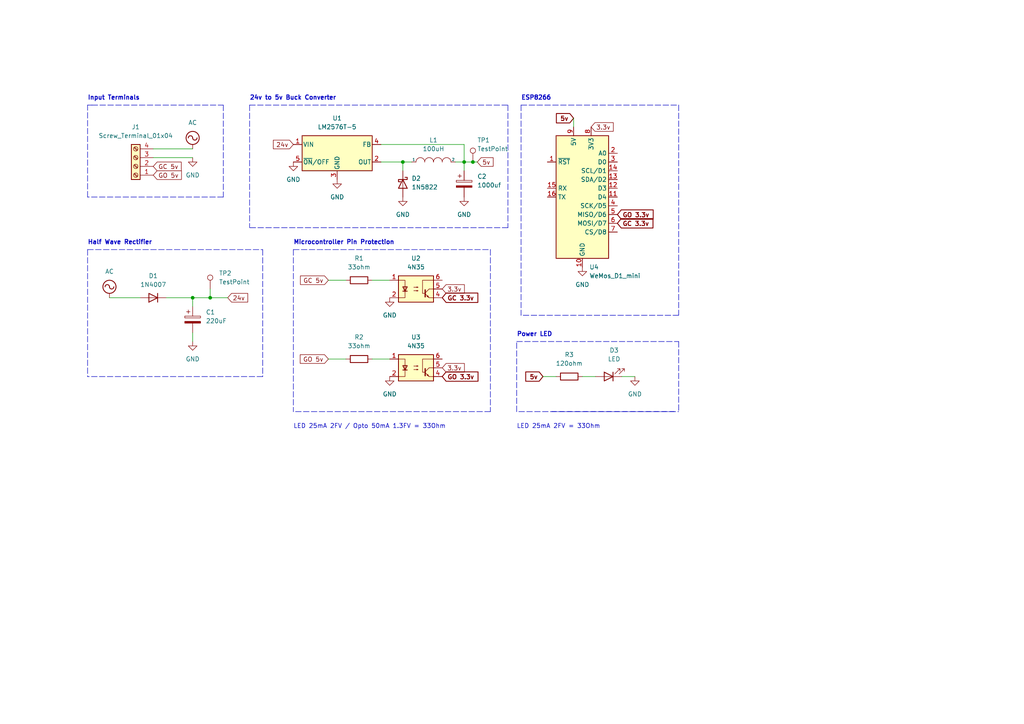
<source format=kicad_sch>
(kicad_sch (version 20211123) (generator eeschema)
  (paper "A4")
  (lib_symbols
    (symbol "Connector:Screw_Terminal_01x04" (pin_names (offset 1.016) hide)
      (property "Reference" "J" (at 0 5.08 0))
      (property "Value" "Screw_Terminal_01x04" (at 0 -7.62 0))
      (symbol "Screw_Terminal_01x04_1_1"
        (rectangle (start -1.27 3.81) (end 1.27 -6.35) (stroke (width 0.254)) (fill (type background)))
        (circle (center 0 -5.08) (radius 0.635) (stroke (width 0.1524)))
        (circle (center 0 -2.54) (radius 0.635) (stroke (width 0.1524)))
        (polyline (pts (xy -0.5334 -4.7498) (xy 0.3302 -5.588)) (stroke (width 0.1524)))
        (polyline (pts (xy -0.5334 -2.2098) (xy 0.3302 -3.048)) (stroke (width 0.1524)))
        (polyline (pts (xy -0.5334 0.3302) (xy 0.3302 -0.508)) (stroke (width 0.1524)))
        (polyline (pts (xy -0.5334 2.8702) (xy 0.3302 2.032)) (stroke (width 0.1524)))
        (polyline (pts (xy -0.3556 -4.572) (xy 0.508 -5.4102)) (stroke (width 0.1524)))
        (polyline (pts (xy -0.3556 -2.032) (xy 0.508 -2.8702)) (stroke (width 0.1524)))
        (polyline (pts (xy -0.3556 0.508) (xy 0.508 -0.3302)) (stroke (width 0.1524)))
        (polyline (pts (xy -0.3556 3.048) (xy 0.508 2.2098)) (stroke (width 0.1524)))
        (circle (center 0 0) (radius 0.635) (stroke (width 0.1524)))
        (circle (center 0 2.54) (radius 0.635) (stroke (width 0.1524)))
        (pin passive line (at -5.08 2.54 0) (length 3.81) (name "Pin_1") (number "1"))
        (pin passive line (at -5.08 0 0) (length 3.81) (name "Pin_2") (number "2"))
        (pin passive line (at -5.08 -2.54 0) (length 3.81) (name "Pin_3") (number "3"))
        (pin passive line (at -5.08 -5.08 0) (length 3.81) (name "Pin_4") (number "4"))
      )
    )
    (symbol "Connector:TestPoint" (pin_numbers hide) (pin_names (offset 0.762) hide)
      (property "Reference" "TP" (at 0 6.858 0))
      (property "Value" "TestPoint" (at 0 5.08 0))
      (symbol "TestPoint_0_1"
        (circle (center 0 3.302) (radius 0.762))
      )
      (symbol "TestPoint_1_1"
        (pin passive line (at 0 0 90) (length 2.54) (name "1") (number "1"))
      )
    )
    (symbol "Device:C_Polarized" (pin_numbers hide) (pin_names (offset 0.254))
      (property "Reference" "C" (at 0.635 2.54 0))
      (property "Value" "C_Polarized" (at 0.635 -2.54 0))
      (symbol "C_Polarized_0_1"
        (rectangle (start -2.286 0.508) (end 2.286 1.016))
        (polyline (pts (xy -1.778 2.286) (xy -0.762 2.286)))
        (polyline (pts (xy -1.27 2.794) (xy -1.27 1.778)))
        (rectangle (start 2.286 -0.508) (end -2.286 -1.016) (fill (type outline)))
      )
      (symbol "C_Polarized_1_1"
        (pin passive line (at 0 3.81 270) (length 2.794) (name "~") (number "1"))
        (pin passive line (at 0 -3.81 90) (length 2.794) (name "~") (number "2"))
      )
    )
    (symbol "Device:LED" (pin_numbers hide) (pin_names (offset 1.016) hide)
      (property "Reference" "D" (at 0 2.54 0))
      (property "Value" "LED" (at 0 -2.54 0))
      (symbol "LED_0_1"
        (polyline (pts (xy -1.27 -1.27) (xy -1.27 1.27)) (stroke (width 0.254)))
        (polyline (pts (xy -1.27 0) (xy 1.27 0)))
        (polyline (pts (xy 1.27 -1.27) (xy 1.27 1.27) (xy -1.27 0) (xy 1.27 -1.27)) (stroke (width 0.254)))
        (polyline (pts (xy -3.048 -0.762) (xy -4.572 -2.286) (xy -3.81 -2.286) (xy -4.572 -2.286) (xy -4.572 -1.524)))
        (polyline (pts (xy -1.778 -0.762) (xy -3.302 -2.286) (xy -2.54 -2.286) (xy -3.302 -2.286) (xy -3.302 -1.524)))
      )
      (symbol "LED_1_1"
        (pin passive line (at -3.81 0 0) (length 2.54) (name "K") (number "1"))
        (pin passive line (at 3.81 0 180) (length 2.54) (name "A") (number "2"))
      )
    )
    (symbol "Device:R" (pin_numbers hide) (pin_names (offset 0))
      (property "Reference" "R" (at 2.032 0 90))
      (property "Value" "R" (at 0 0 90))
      (symbol "R_0_1"
        (rectangle (start -1.016 -2.54) (end 1.016 2.54) (stroke (width 0.254)))
      )
      (symbol "R_1_1"
        (pin passive line (at 0 3.81 270) (length 1.27) (name "~") (number "1"))
        (pin passive line (at 0 -3.81 90) (length 1.27) (name "~") (number "2"))
      )
    )
    (symbol "Diode:1N4007" (pin_numbers hide) (pin_names (offset 1.016) hide)
      (property "Reference" "D" (at 0 2.54 0))
      (property "Value" "1N4007" (at 0 -2.54 0))
      (symbol "1N4007_0_1"
        (polyline (pts (xy -1.27 1.27) (xy -1.27 -1.27)) (stroke (width 0.254)))
        (polyline (pts (xy 1.27 0) (xy -1.27 0)))
        (polyline (pts (xy 1.27 1.27) (xy 1.27 -1.27) (xy -1.27 0) (xy 1.27 1.27)) (stroke (width 0.254)))
      )
      (symbol "1N4007_1_1"
        (pin passive line (at -3.81 0 0) (length 2.54) (name "K") (number "1"))
        (pin passive line (at 3.81 0 180) (length 2.54) (name "A") (number "2"))
      )
    )
    (symbol "Diode:1N5822" (pin_numbers hide) (pin_names (offset 1.016) hide)
      (property "Reference" "D" (at 0 2.54 0))
      (property "Value" "1N5822" (at 0 -2.54 0))
      (symbol "1N5822_0_1"
        (polyline (pts (xy 1.27 0) (xy -1.27 0)))
        (polyline (pts (xy 1.27 1.27) (xy 1.27 -1.27) (xy -1.27 0) (xy 1.27 1.27)) (stroke (width 0.254)))
        (polyline (pts (xy -1.905 0.635) (xy -1.905 1.27) (xy -1.27 1.27) (xy -1.27 -1.27) (xy -0.635 -1.27) (xy -0.635 -0.635)) (stroke (width 0.254)))
      )
      (symbol "1N5822_1_1"
        (pin passive line (at -3.81 0 0) (length 2.54) (name "K") (number "1"))
        (pin passive line (at 3.81 0 180) (length 2.54) (name "A") (number "2"))
      )
    )
    (symbol "Isolator:4N35" (pin_names (offset 1.016))
      (property "Reference" "U" (at -5.08 5.08 0))
      (property "Value" "4N35" (at 0 5.08 0))
      (symbol "4N35_0_1"
        (rectangle (start -5.08 3.81) (end 5.08 -3.81) (stroke (width 0.254)) (fill (type background)))
        (polyline (pts (xy -3.81 -0.635) (xy -2.54 -0.635)) (stroke (width 0.254)))
        (polyline (pts (xy 2.667 -1.397) (xy 3.81 -2.54)))
        (polyline (pts (xy 2.667 -1.143) (xy 3.81 0)))
        (polyline (pts (xy 3.81 -2.54) (xy 5.08 -2.54)))
        (polyline (pts (xy 3.81 0) (xy 5.08 0)))
        (polyline (pts (xy 2.667 -0.254) (xy 2.667 -2.286) (xy 2.667 -2.286)) (stroke (width 0.3556)))
        (polyline (pts (xy -5.08 -2.54) (xy -3.175 -2.54) (xy -3.175 2.54) (xy -5.08 2.54)))
        (polyline (pts (xy -3.175 -0.635) (xy -3.81 0.635) (xy -2.54 0.635) (xy -3.175 -0.635)) (stroke (width 0.254)))
        (polyline (pts (xy 3.683 -2.413) (xy 3.429 -1.905) (xy 3.175 -2.159) (xy 3.683 -2.413)))
        (polyline (pts (xy 5.08 2.54) (xy 1.905 2.54) (xy 1.905 -1.27) (xy 2.54 -1.27)))
        (polyline (pts (xy -0.635 -0.508) (xy 0.635 -0.508) (xy 0.254 -0.635) (xy 0.254 -0.381) (xy 0.635 -0.508)))
        (polyline (pts (xy -0.635 0.508) (xy 0.635 0.508) (xy 0.254 0.381) (xy 0.254 0.635) (xy 0.635 0.508)))
      )
      (symbol "4N35_1_1"
        (pin passive line (at -7.62 2.54 0) (length 2.54) (name "~") (number "1"))
        (pin passive line (at -7.62 -2.54 0) (length 2.54) (name "~") (number "2"))
        (pin no_connect line (at -5.08 0 0) (length 2.54) hide (name "NC") (number "3"))
        (pin passive line (at 7.62 -2.54 180) (length 2.54) (name "~") (number "4"))
        (pin passive line (at 7.62 0 180) (length 2.54) (name "~") (number "5"))
        (pin passive line (at 7.62 2.54 180) (length 2.54) (name "~") (number "6"))
      )
    )
    (symbol "MCU_Module:WeMos_D1_mini"
      (property "Reference" "U" (at 3.81 19.05 0))
      (property "Value" "WeMos_D1_mini" (at 1.27 -19.05 0))
      (symbol "WeMos_D1_mini_1_1"
        (rectangle (start -7.62 17.78) (end 7.62 -17.78) (stroke (width 0.254)) (fill (type background)))
        (pin input line (at -10.16 10.16 0) (length 2.54) (name "~{RST}") (number "1"))
        (pin power_in line (at 0 -20.32 90) (length 2.54) (name "GND") (number "10"))
        (pin bidirectional line (at 10.16 0 180) (length 2.54) (name "D4") (number "11"))
        (pin bidirectional line (at 10.16 2.54 180) (length 2.54) (name "D3") (number "12"))
        (pin bidirectional line (at 10.16 5.08 180) (length 2.54) (name "SDA/D2") (number "13"))
        (pin bidirectional line (at 10.16 7.62 180) (length 2.54) (name "SCL/D1") (number "14"))
        (pin input line (at -10.16 2.54 0) (length 2.54) (name "RX") (number "15"))
        (pin output line (at -10.16 0 0) (length 2.54) (name "TX") (number "16"))
        (pin input line (at 10.16 12.7 180) (length 2.54) (name "A0") (number "2"))
        (pin bidirectional line (at 10.16 10.16 180) (length 2.54) (name "D0") (number "3"))
        (pin bidirectional line (at 10.16 -2.54 180) (length 2.54) (name "SCK/D5") (number "4"))
        (pin bidirectional line (at 10.16 -5.08 180) (length 2.54) (name "MISO/D6") (number "5"))
        (pin bidirectional line (at 10.16 -7.62 180) (length 2.54) (name "MOSI/D7") (number "6"))
        (pin bidirectional line (at 10.16 -10.16 180) (length 2.54) (name "CS/D8") (number "7"))
        (pin power_out line (at 2.54 20.32 270) (length 2.54) (name "3V3") (number "8"))
        (pin power_in line (at -2.54 20.32 270) (length 2.54) (name "5V") (number "9"))
      )
    )
    (symbol "Regulator_Switching:LM2576T-5" (pin_names (offset 0.254))
      (property "Reference" "U" (at -10.16 6.35 0))
      (property "Value" "LM2576T-5" (at 0 6.35 0))
      (symbol "LM2576T-5_0_1"
        (rectangle (start -10.16 5.08) (end 10.16 -5.08) (stroke (width 0.254)) (fill (type background)))
      )
      (symbol "LM2576T-5_1_1"
        (pin power_in line (at -12.7 2.54 0) (length 2.54) (name "VIN") (number "1"))
        (pin output line (at 12.7 -2.54 180) (length 2.54) (name "OUT") (number "2"))
        (pin power_in line (at 0 -7.62 90) (length 2.54) (name "GND") (number "3"))
        (pin input line (at 12.7 2.54 180) (length 2.54) (name "FB") (number "4"))
        (pin input line (at -12.7 -2.54 0) (length 2.54) (name "~{ON}/OFF") (number "5"))
      )
    )
    (symbol "power:AC" (power) (pin_names (offset 0))
      (property "Value" "AC" (at 0 6.35 0))
      (symbol "AC_0_1"
        (polyline (pts (xy 0 0) (xy 0 1.27)))
        (arc (start 0 3.175) (mid -0.635 3.81) (end -1.27 3.175) (stroke (width 0.254)))
        (arc (start 0 3.175) (mid 0.635 2.54) (end 1.27 3.175) (stroke (width 0.254)))
        (circle (center 0 3.175) (radius 1.905) (stroke (width 0.254)))
      )
      (symbol "AC_1_1"
        (pin power_in line (at 0 0 90) (length 0) hide (name "AC") (number "1"))
      )
    )
    (symbol "power:GND" (power) (pin_names (offset 0))
      (property "Value" "GND" (at 0 -3.81 0))
      (symbol "GND_0_1"
        (polyline (pts (xy 0 0) (xy 0 -1.27) (xy 1.27 -1.27) (xy 0 -2.54) (xy -1.27 -1.27) (xy 0 -1.27)))
      )
      (symbol "GND_1_1"
        (pin power_in line (at 0 0 270) (length 0) hide (name "GND") (number "1"))
      )
    )
    (symbol "pspice:INDUCTOR" (pin_numbers hide) (pin_names (offset 0))
      (property "Reference" "L" (at 0 2.54 0))
      (property "Value" "INDUCTOR" (at 0 -1.27 0))
      (symbol "INDUCTOR_0_1"
        (arc (start -2.54 0) (mid -3.81 1.27) (end -5.08 0))
        (arc (start 0 0) (mid -1.27 1.27) (end -2.54 0))
        (arc (start 2.54 0) (mid 1.27 1.27) (end 0 0))
        (arc (start 5.08 0) (mid 3.81 1.27) (end 2.54 0))
      )
      (symbol "INDUCTOR_1_1"
        (pin input line (at -6.35 0 0) (length 1.27) (name "1") (number "1"))
        (pin input line (at 6.35 0 180) (length 1.27) (name "2") (number "2"))
      )
    )
  )
  (junction (at 60.96 86.36))
  (junction (at 134.62 46.99))
  (junction (at 55.88 86.36))
  (junction (at 137.16 46.99))
  (junction (at 116.84 46.99))
  (polyline (pts (xy 196.85 91.44) (xy 151.13 91.44)))
  (wire (pts (xy 116.84 46.99) (xy 119.38 46.99)))
  (wire (pts (xy 134.62 46.99) (xy 134.62 49.53)))
  (wire (pts (xy 44.45 45.72) (xy 55.88 45.72)))
  (wire (pts (xy 55.88 86.36) (xy 60.96 86.36)))
  (wire (pts (xy 137.16 46.99) (xy 138.43 46.99)))
  (wire (pts (xy 44.45 43.18) (xy 55.88 43.18)))
  (wire (pts (xy 132.08 46.99) (xy 134.62 46.99)))
  (polyline (pts (xy 149.86 119.38) (xy 149.86 99.06)))
  (wire (pts (xy 95.25 104.14) (xy 100.33 104.14)))
  (wire (pts (xy 172.72 109.22) (xy 168.91 109.22)))
  (wire (pts (xy 134.62 46.99) (xy 137.16 46.99)))
  (polyline (pts (xy 25.4 72.39) (xy 76.2 72.39)))
  (polyline (pts (xy 76.2 109.22) (xy 25.4 109.22)))
  (polyline (pts (xy 151.13 30.48) (xy 196.85 30.48)))
  (polyline (pts (xy 142.24 119.38) (xy 85.09 119.38)))
  (polyline (pts (xy 151.13 30.48) (xy 151.13 91.44)))
  (polyline (pts (xy 72.39 30.48) (xy 72.39 66.04)))
  (polyline (pts (xy 160.02 119.38) (xy 196.85 119.38)))
  (polyline (pts (xy 25.4 72.39) (xy 25.4 109.22)))
  (wire (pts (xy 110.49 41.91) (xy 134.62 41.91)))
  (polyline (pts (xy 64.77 57.15) (xy 25.4 57.15)))
  (wire (pts (xy 95.25 81.28) (xy 100.33 81.28)))
  (polyline (pts (xy 147.32 66.04) (xy 72.39 66.04)))
  (polyline (pts (xy 85.09 72.39) (xy 142.24 72.39)))
  (wire (pts (xy 107.95 104.14) (xy 113.03 104.14)))
  (wire (pts (xy 107.95 81.28) (xy 113.03 81.28)))
  (polyline (pts (xy 85.09 72.39) (xy 85.09 119.38)))
  (polyline (pts (xy 196.85 30.48) (xy 196.85 91.44)))
  (wire (pts (xy 31.75 86.36) (xy 40.64 86.36)))
  (polyline (pts (xy 196.85 99.06) (xy 196.85 119.38)))
  (wire (pts (xy 60.96 83.82) (xy 60.96 86.36)))
  (polyline (pts (xy 149.86 99.06) (xy 196.85 99.06)))
  (wire (pts (xy 48.26 86.36) (xy 55.88 86.36)))
  (polyline (pts (xy 147.32 30.48) (xy 147.32 66.04)))
  (wire (pts (xy 157.48 109.22) (xy 161.29 109.22)))
  (polyline (pts (xy 76.2 72.39) (xy 76.2 109.22)))
  (wire (pts (xy 134.62 41.91) (xy 134.62 46.99)))
  (wire (pts (xy 180.34 109.22) (xy 184.15 109.22)))
  (wire (pts (xy 116.84 46.99) (xy 116.84 49.53)))
  (wire (pts (xy 60.96 86.36) (xy 66.04 86.36)))
  (polyline (pts (xy 25.4 30.48) (xy 26.67 30.48)))
  (polyline (pts (xy 64.77 30.48) (xy 64.77 57.15)))
  (polyline (pts (xy 72.39 30.48) (xy 147.32 30.48)))
  (polyline (pts (xy 195.58 119.38) (xy 149.86 119.38)))
  (wire (pts (xy 55.88 86.36) (xy 55.88 88.9)))
  (wire (pts (xy 55.88 96.52) (xy 55.88 99.06)))
  (wire (pts (xy 166.37 34.29) (xy 166.37 36.83)))
  (wire (pts (xy 110.49 46.99) (xy 116.84 46.99)))
  (polyline (pts (xy 26.67 30.48) (xy 64.77 30.48)))
  (polyline (pts (xy 25.4 57.15) (xy 25.4 30.48)))
  (polyline (pts (xy 142.24 72.39) (xy 142.24 119.38)))
  (text "Microcontroller Pin Protection" (at 85.09 71.12 0) (effects (font (size 1.27 1.27) (thickness 0.254) bold) (justify left bottom)))
  (text "Input Terminals" (at 25.4 29.21 0) (effects (font (size 1.27 1.27) (thickness 0.254) bold) (justify left bottom)))
  (text "ESP8266" (at 151.13 29.21 0) (effects (font (size 1.27 1.27) bold) (justify left bottom)))
  (text "Half Wave Rectifier" (at 25.4 71.12 0) (effects (font (size 1.27 1.27) (thickness 0.254) bold) (justify left bottom)))
  (text "LED 25mA 2FV / Opto 50mA 1.3FV = 33Ohm" (at 85.09 124.46 0) (effects (font (size 1.27 1.27)) (justify left bottom)))
  (text "Power LED" (at 149.86 97.79 0) (effects (font (size 1.27 1.27) bold) (justify left bottom)))
  (text "24v to 5v Buck Converter" (at 72.39 29.21 0) (effects (font (size 1.27 1.27) (thickness 0.254) bold) (justify left bottom)))
  (text "LED 25mA 2FV = 33Ohm" (at 149.86 124.46 0) (effects (font (size 1.27 1.27)) (justify left bottom)))
  (global_label "GO 5v" (shape input) (at 95.25 104.14 180) (property "Intersheet References" "${INTERSHEET_REFS}" (effects hide)))
  (global_label "24v" (shape input) (at 85.09 41.91 180) (property "Intersheet References" "${INTERSHEET_REFS}" (effects hide)))
  (global_label "3.3v" (shape input) (at 171.45 36.83 0) (property "Intersheet References" "${INTERSHEET_REFS}" (effects hide)))
  (global_label "GC 3.3v" (shape input) (at 179.07 64.77 0) (effects (font bold)) (property "Intersheet References" "${INTERSHEET_REFS}" (effects hide)))
  (global_label "GC 5v" (shape input) (at 95.25 81.28 180) (property "Intersheet References" "${INTERSHEET_REFS}" (effects hide)))
  (global_label "GO 5v" (shape input) (at 44.45 50.8 0) (property "Intersheet References" "${INTERSHEET_REFS}" (effects hide)))
  (global_label "GC 5v" (shape input) (at 44.45 48.26 0) (property "Intersheet References" "${INTERSHEET_REFS}" (effects hide)))
  (global_label "24v" (shape input) (at 66.04 86.36 0) (property "Intersheet References" "${INTERSHEET_REFS}" (effects hide)))
  (global_label "GO 3.3v" (shape input) (at 179.07 62.23 0) (effects (font bold)) (property "Intersheet References" "${INTERSHEET_REFS}" (effects hide)))
  (global_label "3.3v" (shape input) (at 128.27 106.68 0) (property "Intersheet References" "${INTERSHEET_REFS}" (effects hide)))
  (global_label "5v" (shape input) (at 166.37 34.29 180) (effects (font bold)) (property "Intersheet References" "${INTERSHEET_REFS}" (effects hide)))
  (global_label "3.3v" (shape input) (at 128.27 83.82 0) (property "Intersheet References" "${INTERSHEET_REFS}" (effects hide)))
  (global_label "5v" (shape input) (at 138.43 46.99 0) (property "Intersheet References" "${INTERSHEET_REFS}" (effects hide)))
  (global_label "GO 3.3v" (shape input) (at 128.27 109.22 0) (effects (font bold)) (property "Intersheet References" "${INTERSHEET_REFS}" (effects hide)))
  (global_label "GC 3.3v" (shape input) (at 128.27 86.36 0) (effects (font bold)) (property "Intersheet References" "${INTERSHEET_REFS}" (effects hide)))
  (global_label "5v" (shape input) (at 157.48 109.22 180) (effects (font bold)) (property "Intersheet References" "${INTERSHEET_REFS}" (effects hide)))
  (symbol (lib_id "Device:R") (at 104.14 81.28 90) (unit 1)
    (property "Reference" "R1" (at 104.14 74.93 90))
    (property "Value" "33ohm" (at 104.14 77.47 90))
    (property "Footprint" "Resistor_SMD:R_0603_1608Metric" (effects hide))
  )
  (symbol (lib_id "power:GND") (at 184.15 109.22 0) (unit 1)
    (property "Reference" "#PWR0112" (effects hide))
    (property "Value" "GND" (at 184.15 114.3 0))
  )
  (symbol (lib_id "pspice:INDUCTOR") (at 125.73 46.99 0) (unit 1)
    (property "Reference" "L1" (at 125.73 40.64 0))
    (property "Value" "100uH" (at 125.73 43.18 0))
    (property "Footprint" "Inductor_THT:L_Radial_D6.0mm_P4.00mm" (effects hide))
  )
  (symbol (lib_id "Isolator:4N35") (at 120.65 106.68 0) (unit 1)
    (property "Reference" "U3" (at 120.65 97.79 0))
    (property "Value" "4N35" (at 120.65 100.33 0))
    (property "Footprint" "Package_DIP:DIP-6_W7.62mm" (effects hide))
    (property "Datasheet" "https://www.vishay.com/docs/81181/4n35.pdf" (effects hide))
  )
  (symbol (lib_id "power:GND") (at 85.09 46.99 0) (unit 1)
    (property "Reference" "#PWR0107" (effects hide))
    (property "Value" "GND" (at 85.09 52.07 0))
  )
  (symbol (lib_id "Device:C_Polarized") (at 55.88 92.71 0) (unit 1)
    (property "Reference" "C1" (at 59.69 90.5509 0) (effects (justify left)))
    (property "Value" "220uF" (at 59.69 93.0909 0) (effects (justify left)))
    (property "Footprint" "Capacitor_THT:CP_Radial_D7.5mm_P2.50mm" (effects hide))
  )
  (symbol (lib_id "Device:C_Polarized") (at 134.62 53.34 0) (unit 1)
    (property "Reference" "C2" (at 138.43 51.1809 0) (effects (justify left)))
    (property "Value" "1000uf" (at 138.43 53.7209 0) (effects (justify left)))
    (property "Footprint" "Capacitor_THT:CP_Radial_D10.0mm_P7.50mm" (effects hide))
  )
  (symbol (lib_id "Device:R") (at 165.1 109.22 90) (unit 1)
    (property "Reference" "R3" (at 165.1 102.87 90))
    (property "Value" "120ohm" (at 165.1 105.41 90))
    (property "Footprint" "Resistor_SMD:R_0402_1005Metric" (effects hide))
  )
  (symbol (lib_id "Connector:Screw_Terminal_01x04") (at 39.37 48.26 180) (unit 1)
    (property "Reference" "J1" (at 39.37 36.83 0))
    (property "Value" "Screw_Terminal_01x04" (at 39.37 39.37 0))
    (property "Footprint" "TerminalBlock_Phoenix:TerminalBlock_Phoenix_MKDS-1,5-4_1x04_P5.00mm_Horizontal" (effects hide))
  )
  (symbol (lib_id "power:GND") (at 97.79 52.07 0) (unit 1)
    (property "Reference" "#PWR0108" (effects hide))
    (property "Value" "GND" (at 97.79 57.15 0))
  )
  (symbol (lib_id "Connector:TestPoint") (at 60.96 83.82 0) (unit 1)
    (property "Reference" "TP2" (at 63.5 79.2479 0) (effects (justify left)))
    (property "Value" "TestPoint" (at 63.5 81.7879 0) (effects (justify left)))
    (property "Footprint" "TestPoint:TestPoint_Pad_D2.5mm" (effects hide))
  )
  (symbol (lib_id "power:GND") (at 113.03 86.36 0) (unit 1)
    (property "Reference" "#PWR0105" (effects hide))
    (property "Value" "GND" (at 113.03 91.44 0))
  )
  (symbol (lib_id "Device:LED") (at 176.53 109.22 180) (unit 1)
    (property "Reference" "D3" (at 178.1175 101.6 0))
    (property "Value" "LED" (at 178.1175 104.14 0))
    (property "Footprint" "LED_SMD:LED_0603_1608Metric" (effects hide))
  )
  (symbol (lib_id "power:GND") (at 55.88 99.06 0) (unit 1)
    (property "Reference" "#PWR0102" (effects hide))
    (property "Value" "GND" (at 55.88 104.14 0))
  )
  (symbol (lib_id "power:GND") (at 168.91 77.47 0) (unit 1)
    (property "Reference" "#PWR0111" (effects hide))
    (property "Value" "GND" (at 168.91 82.55 0))
  )
  (symbol (lib_id "Diode:1N4007") (at 44.45 86.36 180) (unit 1)
    (property "Reference" "D1" (at 44.45 80.01 0))
    (property "Value" "1N4007" (at 44.45 82.55 0))
    (property "Footprint" "Diode_THT:D_DO-41_SOD81_P10.16mm_Horizontal" (effects hide))
    (property "Datasheet" "http://www.vishay.com/docs/88503/1n4001.pdf" (effects hide))
  )
  (symbol (lib_id "Diode:1N5822") (at 116.84 53.34 270) (unit 1)
    (property "Reference" "D2" (at 119.38 51.7524 90) (effects (justify left)))
    (property "Value" "1N5822" (at 119.38 54.2924 90) (effects (justify left)))
    (property "Footprint" "Diode_THT:D_DO-201AD_P15.24mm_Horizontal" (effects hide))
    (property "Datasheet" "http://www.vishay.com/docs/88526/1n5820.pdf" (effects hide))
  )
  (symbol (lib_id "power:AC") (at 55.88 43.18 0) (unit 1)
    (property "Reference" "#PWR0104" (effects hide))
    (property "Value" "AC" (at 55.88 35.56 0))
  )
  (symbol (lib_id "Connector:TestPoint") (at 137.16 46.99 0) (unit 1)
    (property "Reference" "TP1" (at 138.43 40.64 0) (effects (justify left)))
    (property "Value" "TestPoint" (at 138.43 43.18 0) (effects (justify left)))
    (property "Footprint" "TestPoint:TestPoint_Pad_D2.5mm" (effects hide))
  )
  (symbol (lib_id "Device:R") (at 104.14 104.14 90) (unit 1)
    (property "Reference" "R2" (at 104.14 97.79 90))
    (property "Value" "33ohm" (at 104.14 100.33 90))
    (property "Footprint" "Resistor_SMD:R_0603_1608Metric" (effects hide))
  )
  (symbol (lib_id "power:GND") (at 55.88 45.72 0) (unit 1)
    (property "Reference" "#PWR0103" (effects hide))
    (property "Value" "GND" (at 55.88 50.8 0))
  )
  (symbol (lib_id "power:GND") (at 116.84 57.15 0) (unit 1)
    (property "Reference" "#PWR0110" (effects hide))
    (property "Value" "GND" (at 116.84 62.23 0))
  )
  (symbol (lib_id "power:AC") (at 31.75 86.36 0) (unit 1)
    (property "Reference" "#PWR0101" (effects hide))
    (property "Value" "AC" (at 31.75 78.74 0))
  )
  (symbol (lib_id "power:GND") (at 134.62 57.15 0) (unit 1)
    (property "Reference" "#PWR0109" (effects hide))
    (property "Value" "GND" (at 134.62 62.23 0))
  )
  (symbol (lib_id "Isolator:4N35") (at 120.65 83.82 0) (unit 1)
    (property "Reference" "U2" (at 120.65 74.93 0))
    (property "Value" "4N35" (at 120.65 77.47 0))
    (property "Footprint" "Package_DIP:DIP-6_W7.62mm" (effects hide))
    (property "Datasheet" "https://www.vishay.com/docs/81181/4n35.pdf" (effects hide))
  )
  (symbol (lib_id "MCU_Module:WeMos_D1_mini") (at 168.91 57.15 0) (unit 1)
    (property "Reference" "U4" (at 170.9294 77.47 0) (effects (justify left)))
    (property "Value" "WeMos_D1_mini" (at 170.9294 80.01 0) (effects (justify left)))
    (property "Footprint" "Module:WEMOS_D1_mini_light" (effects hide))
    (property "Datasheet" "https://wiki.wemos.cc/products:d1:d1_mini#documentation" (effects hide))
  )
  (symbol (lib_id "power:GND") (at 113.03 109.22 0) (unit 1)
    (property "Reference" "#PWR0106" (effects hide))
    (property "Value" "GND" (at 113.03 114.3 0))
  )
  (symbol (lib_id "Regulator_Switching:LM2576T-5") (at 97.79 44.45 0) (unit 1)
    (property "Reference" "U1" (at 97.79 34.29 0))
    (property "Value" "LM2576T-5" (at 97.79 36.83 0))
    (property "Footprint" "Package_TO_SOT_THT:TO-220-5_Vertical" (effects hide))
    (property "Datasheet" "http://www.ti.com/lit/ds/symlink/lm2576.pdf" (effects hide))
  )
)
</source>
